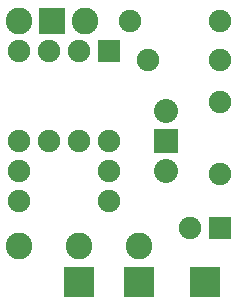
<source format=gts>
G04 (created by PCBNEW-RS274X (2012-01-19 BZR 3256)-stable) date 2013-11-19 08:27:40*
G01*
G70*
G90*
%MOIN*%
G04 Gerber Fmt 3.4, Leading zero omitted, Abs format*
%FSLAX34Y34*%
G04 APERTURE LIST*
%ADD10C,0.006000*%
%ADD11C,0.088900*%
%ADD12R,0.088900X0.088900*%
%ADD13R,0.100800X0.100800*%
%ADD14C,0.075000*%
%ADD15R,0.075000X0.075000*%
%ADD16C,0.080000*%
%ADD17R,0.080000X0.080000*%
G04 APERTURE END LIST*
G54D10*
G54D11*
X28200Y-09000D03*
G54D12*
X27100Y-09000D03*
G54D11*
X26000Y-09000D03*
X28000Y-16500D03*
X26000Y-16500D03*
X30000Y-16500D03*
G54D13*
X32200Y-17700D03*
G54D14*
X32700Y-09000D03*
X29700Y-09000D03*
X26000Y-15000D03*
X29000Y-15000D03*
G54D15*
X29000Y-10000D03*
G54D14*
X28000Y-10000D03*
X27000Y-10000D03*
X26000Y-10000D03*
X26000Y-13000D03*
X27000Y-13000D03*
X28000Y-13000D03*
X29000Y-13000D03*
G54D15*
X32700Y-15900D03*
G54D14*
X31700Y-15900D03*
X26000Y-14000D03*
X29000Y-14000D03*
G54D16*
X30900Y-14000D03*
G54D17*
X30900Y-13000D03*
G54D16*
X30900Y-12000D03*
G54D14*
X30300Y-10300D03*
X32700Y-10300D03*
X32700Y-14100D03*
X32700Y-11700D03*
G54D13*
X30000Y-17700D03*
X28000Y-17700D03*
M02*

</source>
